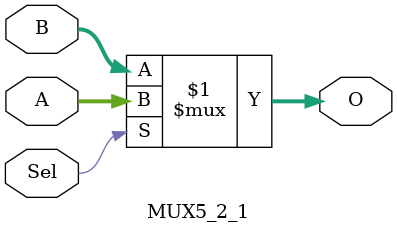
<source format=v>
`timescale 1ns / 1ps
module MUX5_2_1(
		input[4:0] A,
		input[4:0] B,
		input Sel,
		output[4:0] O
    );
	assign O = Sel? A : B;

endmodule

</source>
